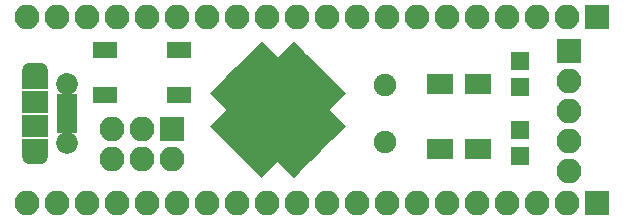
<source format=gts>
%TF.GenerationSoftware,KiCad,Pcbnew,4.0.7*%
%TF.CreationDate,2017-10-16T02:09:04+08:00*%
%TF.ProjectId,STM32F401CCT6,53544D333246343031434354362E6B69,rev?*%
%TF.FileFunction,Soldermask,Top*%
%FSLAX46Y46*%
G04 Gerber Fmt 4.6, Leading zero omitted, Abs format (unit mm)*
G04 Created by KiCad (PCBNEW 4.0.7) date 10/16/17 02:09:04*
%MOMM*%
%LPD*%
G01*
G04 APERTURE LIST*
%ADD10C,0.100000*%
%ADD11R,2.100000X2.100000*%
%ADD12O,2.100000X2.100000*%
%ADD13R,2.300000X1.900000*%
%ADD14C,1.850000*%
%ADD15R,1.750000X0.800000*%
%ADD16O,2.300000X1.600000*%
%ADD17R,2.300000X1.600000*%
%ADD18R,2.100000X1.400000*%
%ADD19R,1.600000X1.600000*%
%ADD20C,1.900000*%
%ADD21R,2.300000X1.700000*%
G04 APERTURE END LIST*
D10*
D11*
X-430000Y15730000D03*
D12*
X-2970000Y15730000D03*
X-5510000Y15730000D03*
X-8050000Y15730000D03*
X-10590000Y15730000D03*
X-13130000Y15730000D03*
X-15670000Y15730000D03*
X-18210000Y15730000D03*
X-20750000Y15730000D03*
X-23290000Y15730000D03*
X-25830000Y15730000D03*
X-28370000Y15730000D03*
X-30910000Y15730000D03*
X-33450000Y15730000D03*
X-35990000Y15730000D03*
X-38530000Y15730000D03*
X-41070000Y15730000D03*
X-43610000Y15730000D03*
X-46150000Y15730000D03*
X-48690000Y15730000D03*
D11*
X-430000Y-20000D03*
D12*
X-2970000Y-20000D03*
X-5510000Y-20000D03*
X-8050000Y-20000D03*
X-10590000Y-20000D03*
X-13130000Y-20000D03*
X-15670000Y-20000D03*
X-18210000Y-20000D03*
X-20750000Y-20000D03*
X-23290000Y-20000D03*
X-25830000Y-20000D03*
X-28370000Y-20000D03*
X-30910000Y-20000D03*
X-33450000Y-20000D03*
X-35990000Y-20000D03*
X-38530000Y-20000D03*
X-41070000Y-20000D03*
X-43610000Y-20000D03*
X-46150000Y-20000D03*
X-48690000Y-20000D03*
D11*
X-36472000Y6302000D03*
D12*
X-36472000Y3762000D03*
X-39012000Y6302000D03*
X-39012000Y3762000D03*
X-41552000Y6302000D03*
X-41552000Y3762000D03*
D13*
X-48026000Y6560000D03*
D14*
X-45326000Y10060000D03*
D15*
X-45326000Y8210000D03*
X-45326000Y8860000D03*
X-45326000Y6260000D03*
X-45326000Y6910000D03*
X-45326000Y7560000D03*
D14*
X-45326000Y5060000D03*
D13*
X-48026000Y8560000D03*
D16*
X-48026000Y11060000D03*
X-48026000Y4060000D03*
D17*
X-48026000Y4660000D03*
X-48026000Y10460000D03*
D18*
X-42130000Y12920000D03*
X-35830000Y12920000D03*
X-42130000Y9120000D03*
X-35830000Y9120000D03*
D11*
X-2810000Y12900000D03*
D12*
X-2810000Y10360000D03*
X-2810000Y7820000D03*
X-2810000Y5280000D03*
X-2810000Y2740000D03*
D10*
G36*
X-27476866Y12167274D02*
X-23234225Y7924633D01*
X-27476866Y3681992D01*
X-31719507Y7924633D01*
X-27476866Y12167274D01*
X-27476866Y12167274D01*
G37*
G36*
X-23234225Y8066054D02*
X-21713946Y6545775D01*
X-22208921Y6050800D01*
X-23729200Y7571079D01*
X-23234225Y8066054D01*
X-23234225Y8066054D01*
G37*
G36*
X-23587778Y7712501D02*
X-22067499Y6192222D01*
X-22562474Y5697247D01*
X-24082753Y7217526D01*
X-23587778Y7712501D01*
X-23587778Y7712501D01*
G37*
G36*
X-23941332Y7358947D02*
X-22421053Y5838668D01*
X-22916028Y5343693D01*
X-24436307Y6863972D01*
X-23941332Y7358947D01*
X-23941332Y7358947D01*
G37*
G36*
X-24294885Y7005394D02*
X-22774606Y5485115D01*
X-23269581Y4990140D01*
X-24789860Y6510419D01*
X-24294885Y7005394D01*
X-24294885Y7005394D01*
G37*
G36*
X-24648438Y6651841D02*
X-23128159Y5131562D01*
X-23623134Y4636587D01*
X-25143413Y6156866D01*
X-24648438Y6651841D01*
X-24648438Y6651841D01*
G37*
G36*
X-23976688Y4283033D02*
X-25496967Y5803312D01*
X-25001992Y6298287D01*
X-23481713Y4778008D01*
X-23976688Y4283033D01*
X-23976688Y4283033D01*
G37*
G36*
X-25355545Y5944734D02*
X-23835266Y4424455D01*
X-24330241Y3929480D01*
X-25850520Y5449759D01*
X-25355545Y5944734D01*
X-25355545Y5944734D01*
G37*
G36*
X-25709099Y5591180D02*
X-24188820Y4070901D01*
X-24683795Y3575926D01*
X-26204074Y5096205D01*
X-25709099Y5591180D01*
X-25709099Y5591180D01*
G37*
G36*
X-26062652Y5237627D02*
X-24542373Y3717348D01*
X-25037348Y3222373D01*
X-26557627Y4742652D01*
X-26062652Y5237627D01*
X-26062652Y5237627D01*
G37*
G36*
X-26416205Y4884074D02*
X-24895926Y3363795D01*
X-25390901Y2868820D01*
X-26911180Y4389099D01*
X-26416205Y4884074D01*
X-26416205Y4884074D01*
G37*
G36*
X-26769759Y4530520D02*
X-25249480Y3010241D01*
X-25744455Y2515266D01*
X-27264734Y4035545D01*
X-26769759Y4530520D01*
X-26769759Y4530520D01*
G37*
G36*
X-27123312Y4176967D02*
X-25603033Y2656688D01*
X-26098008Y2161713D01*
X-27618287Y3681992D01*
X-27123312Y4176967D01*
X-27123312Y4176967D01*
G37*
G36*
X-25850520Y10399507D02*
X-24330241Y11919786D01*
X-23835266Y11424811D01*
X-25355545Y9904532D01*
X-25850520Y10399507D01*
X-25850520Y10399507D01*
G37*
G36*
X-25496967Y10045954D02*
X-23976688Y11566233D01*
X-23481713Y11071258D01*
X-25001992Y9550979D01*
X-25496967Y10045954D01*
X-25496967Y10045954D01*
G37*
G36*
X-25143413Y9692400D02*
X-23623134Y11212679D01*
X-23128159Y10717704D01*
X-24648438Y9197425D01*
X-25143413Y9692400D01*
X-25143413Y9692400D01*
G37*
G36*
X-24789860Y9338847D02*
X-23269581Y10859126D01*
X-22774606Y10364151D01*
X-24294885Y8843872D01*
X-24789860Y9338847D01*
X-24789860Y9338847D01*
G37*
G36*
X-24436307Y8985294D02*
X-22916028Y10505573D01*
X-22421053Y10010598D01*
X-23941332Y8490319D01*
X-24436307Y8985294D01*
X-24436307Y8985294D01*
G37*
G36*
X-24082753Y8631740D02*
X-22562474Y10152019D01*
X-22067499Y9657044D01*
X-23587778Y8136765D01*
X-24082753Y8631740D01*
X-24082753Y8631740D01*
G37*
G36*
X-26204074Y10753061D02*
X-24683795Y12273340D01*
X-24188820Y11778365D01*
X-25709099Y10258086D01*
X-26204074Y10753061D01*
X-26204074Y10753061D01*
G37*
G36*
X-23729200Y8278187D02*
X-22208921Y9798466D01*
X-21713946Y9303491D01*
X-23234225Y7783212D01*
X-23729200Y8278187D01*
X-23729200Y8278187D01*
G37*
G36*
X-26557627Y11106614D02*
X-25037348Y12626893D01*
X-24542373Y12131918D01*
X-26062652Y10611639D01*
X-26557627Y11106614D01*
X-26557627Y11106614D01*
G37*
G36*
X-26911180Y11460167D02*
X-25390901Y12980446D01*
X-24895926Y12485471D01*
X-26416205Y10965192D01*
X-26911180Y11460167D01*
X-26911180Y11460167D01*
G37*
G36*
X-27264734Y11813721D02*
X-25744455Y13334000D01*
X-25249480Y12839025D01*
X-26769759Y11318746D01*
X-27264734Y11813721D01*
X-27264734Y11813721D01*
G37*
G36*
X-27618287Y12167274D02*
X-26098008Y13687553D01*
X-25603033Y13192578D01*
X-27123312Y11672299D01*
X-27618287Y12167274D01*
X-27618287Y12167274D01*
G37*
G36*
X-30977044Y11566233D02*
X-29456765Y10045954D01*
X-29951740Y9550979D01*
X-31472019Y11071258D01*
X-30977044Y11566233D01*
X-30977044Y11566233D01*
G37*
G36*
X-30623491Y11919786D02*
X-29103212Y10399507D01*
X-29598187Y9904532D01*
X-31118466Y11424811D01*
X-30623491Y11919786D01*
X-30623491Y11919786D01*
G37*
G36*
X-30269937Y12273340D02*
X-28749658Y10753061D01*
X-29244633Y10258086D01*
X-30764912Y11778365D01*
X-30269937Y12273340D01*
X-30269937Y12273340D01*
G37*
G36*
X-29916384Y12626893D02*
X-28396105Y11106614D01*
X-28891080Y10611639D01*
X-30411359Y12131918D01*
X-29916384Y12626893D01*
X-29916384Y12626893D01*
G37*
G36*
X-29562831Y12980446D02*
X-28042552Y11460167D01*
X-28537527Y10965192D01*
X-30057806Y12485471D01*
X-29562831Y12980446D01*
X-29562831Y12980446D01*
G37*
G36*
X-29209277Y13334000D02*
X-27688998Y11813721D01*
X-28183973Y11318746D01*
X-29704252Y12839025D01*
X-29209277Y13334000D01*
X-29209277Y13334000D01*
G37*
G36*
X-28855724Y13687553D02*
X-27335445Y12167274D01*
X-27830420Y11672299D01*
X-29350699Y13192578D01*
X-28855724Y13687553D01*
X-28855724Y13687553D01*
G37*
G36*
X-31330598Y11212679D02*
X-29810319Y9692400D01*
X-30305294Y9197425D01*
X-31825573Y10717704D01*
X-31330598Y11212679D01*
X-31330598Y11212679D01*
G37*
G36*
X-31684151Y10859126D02*
X-30163872Y9338847D01*
X-30658847Y8843872D01*
X-32179126Y10364151D01*
X-31684151Y10859126D01*
X-31684151Y10859126D01*
G37*
G36*
X-32037704Y10505573D02*
X-30517425Y8985294D01*
X-31012400Y8490319D01*
X-32532679Y10010598D01*
X-32037704Y10505573D01*
X-32037704Y10505573D01*
G37*
G36*
X-32391258Y10152019D02*
X-30870979Y8631740D01*
X-31365954Y8136765D01*
X-32886233Y9657044D01*
X-32391258Y10152019D01*
X-32391258Y10152019D01*
G37*
G36*
X-32744811Y9798466D02*
X-31224532Y8278187D01*
X-31719507Y7783212D01*
X-33239786Y9303491D01*
X-32744811Y9798466D01*
X-32744811Y9798466D01*
G37*
G36*
X-31118466Y4424455D02*
X-29598187Y5944734D01*
X-29103212Y5449759D01*
X-30623491Y3929480D01*
X-31118466Y4424455D01*
X-31118466Y4424455D01*
G37*
G36*
X-31472019Y4778008D02*
X-29951740Y6298287D01*
X-29456765Y5803312D01*
X-30977044Y4283033D01*
X-31472019Y4778008D01*
X-31472019Y4778008D01*
G37*
G36*
X-30764912Y4070901D02*
X-29244633Y5591180D01*
X-28749658Y5096205D01*
X-30269937Y3575926D01*
X-30764912Y4070901D01*
X-30764912Y4070901D01*
G37*
G36*
X-30411359Y3717348D02*
X-28891080Y5237627D01*
X-28396105Y4742652D01*
X-29916384Y3222373D01*
X-30411359Y3717348D01*
X-30411359Y3717348D01*
G37*
G36*
X-30057806Y3363795D02*
X-28537527Y4884074D01*
X-28042552Y4389099D01*
X-29562831Y2868820D01*
X-30057806Y3363795D01*
X-30057806Y3363795D01*
G37*
G36*
X-29704252Y3010241D02*
X-28183973Y4530520D01*
X-27688998Y4035545D01*
X-29209277Y2515266D01*
X-29704252Y3010241D01*
X-29704252Y3010241D01*
G37*
G36*
X-29350699Y2656688D02*
X-27830420Y4176967D01*
X-27335445Y3681992D01*
X-28855724Y2161713D01*
X-29350699Y2656688D01*
X-29350699Y2656688D01*
G37*
G36*
X-31825573Y5131562D02*
X-30305294Y6651841D01*
X-29810319Y6156866D01*
X-31330598Y4636587D01*
X-31825573Y5131562D01*
X-31825573Y5131562D01*
G37*
G36*
X-32179126Y5485115D02*
X-30658847Y7005394D01*
X-30163872Y6510419D01*
X-31684151Y4990140D01*
X-32179126Y5485115D01*
X-32179126Y5485115D01*
G37*
G36*
X-32532679Y5838668D02*
X-31012400Y7358947D01*
X-30517425Y6863972D01*
X-32037704Y5343693D01*
X-32532679Y5838668D01*
X-32532679Y5838668D01*
G37*
G36*
X-32886233Y6192222D02*
X-31365954Y7712501D01*
X-30870979Y7217526D01*
X-32391258Y5697247D01*
X-32886233Y6192222D01*
X-32886233Y6192222D01*
G37*
G36*
X-33239786Y6545775D02*
X-31719507Y8066054D01*
X-31224532Y7571079D01*
X-32744811Y6050800D01*
X-33239786Y6545775D01*
X-33239786Y6545775D01*
G37*
D19*
X-6990000Y12060000D03*
X-6990000Y9860000D03*
X-6990000Y6220000D03*
X-6990000Y4020000D03*
D20*
X-18440000Y5160000D03*
X-18440000Y10040000D03*
D21*
X-10560000Y4590000D03*
X-10560000Y10090000D03*
X-13760000Y10090000D03*
X-13760000Y4590000D03*
M02*

</source>
